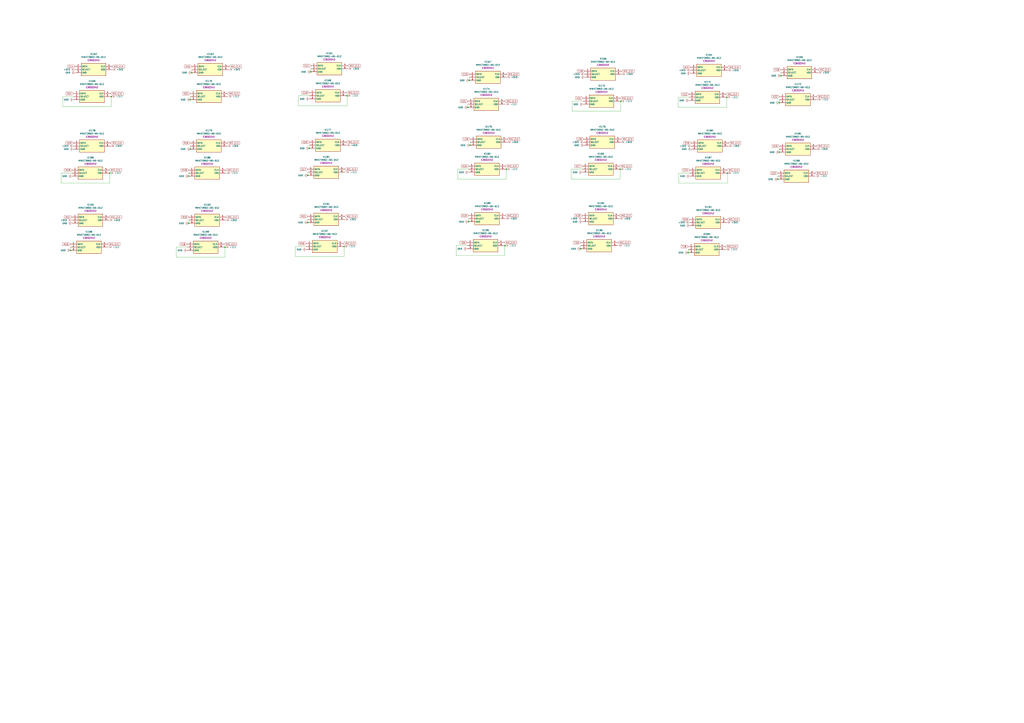
<source format=kicad_sch>
(kicad_sch (version 20231120) (generator "eeschema") (generator_version "8.0")
  (paper "A1")
  (junction (at 282.575 202.565))
  (junction (at 640.08 84.455))
  (junction (at 384.175 88.265))
  (junction (at 414.655 201.93))
  (junction (at 384.81 182.245))
  (junction (at 509.27 139.065))
  (junction (at 157.48 59.69))
  (junction (at 91.44 79.375))
  (junction (at 638.81 147.32))
  (junction (at 596.9 80.01))
  (junction (at 285.115 78.74))
  (junction (at 640.08 125.095))
  (junction (at 154.94 144.78))
  (junction (at 386.08 119.38))
  (junction (at 252.73 144.145))
  (junction (at 641.35 62.23))
  (junction (at 415.925 139.065))
  (junction (at 255.27 59.055))
  (junction (at 476.885 204.47))
  (junction (at 509.905 83.185))
  (junction (at 597.535 142.24))
  (junction (at 385.445 66.04))
  (junction (at 184.785 203.2))
  (junction (at 254 121.92))
  (junction (at 252.73 182.88))
  (junction (at 156.21 81.915))
  (junction (at 565.15 207.645))
  (junction (at 156.21 122.555))
  (junction (at 57.785 205.74))
  (junction (at 154.94 183.515))
  (junction (at 90.17 142.24))
  (wire (pts (xy 91.44 79.375) (xy 91.44 87.63)))
  (wire (pts (xy 640.08 122.555) (xy 640.08 125.095)))
  (wire (pts (xy 566.42 142.24) (xy 557.53 142.24)))
  (wire (pts (xy 144.78 211.455) (xy 184.785 211.455)))
  (wire (pts (xy 144.78 203.2) (xy 144.78 211.455)))
  (wire (pts (xy 469.265 147.32) (xy 509.27 147.32)))
  (wire (pts (xy 186.69 79.375) (xy 187.325 79.375)))
  (wire (pts (xy 57.785 203.2) (xy 57.785 205.74)))
  (wire (pts (xy 255.27 56.515) (xy 255.27 59.055)))
  (wire (pts (xy 154.94 142.24) (xy 154.94 144.78)))
  (wire (pts (xy 596.265 80.01) (xy 596.9 80.01)))
  (wire (pts (xy 597.535 142.24) (xy 597.535 150.495)))
  (wire (pts (xy 282.575 202.565) (xy 282.575 210.82)))
  (wire (pts (xy 384.81 139.065) (xy 375.92 139.065)))
  (wire (pts (xy 375.92 139.065) (xy 375.92 147.32)))
  (wire (pts (xy 50.165 150.495) (xy 90.17 150.495)))
  (wire (pts (xy 153.67 203.2) (xy 144.78 203.2)))
  (wire (pts (xy 252.73 141.605) (xy 252.73 144.145)))
  (wire (pts (xy 565.785 80.01) (xy 556.895 80.01)))
  (wire (pts (xy 51.435 79.375) (xy 51.435 87.63)))
  (wire (pts (xy 507.365 201.93) (xy 508 201.93)))
  (wire (pts (xy 508.635 139.065) (xy 509.27 139.065)))
  (wire (pts (xy 90.17 142.24) (xy 90.17 150.495)))
  (wire (pts (xy 285.115 78.74) (xy 285.115 86.995)))
  (wire (pts (xy 478.155 139.065) (xy 469.265 139.065)))
  (wire (pts (xy 242.57 202.565) (xy 242.57 210.82)))
  (wire (pts (xy 415.29 139.065) (xy 415.925 139.065)))
  (wire (pts (xy 557.53 142.24) (xy 557.53 150.495)))
  (wire (pts (xy 283.21 141.605) (xy 283.845 141.605)))
  (wire (pts (xy 415.925 139.065) (xy 415.925 147.32)))
  (wire (pts (xy 670.56 81.915) (xy 671.195 81.915)))
  (wire (pts (xy 638.81 144.78) (xy 638.81 147.32)))
  (wire (pts (xy 640.08 81.915) (xy 640.08 84.455)))
  (wire (pts (xy 245.11 86.995) (xy 285.115 86.995)))
  (wire (pts (xy 385.445 63.5) (xy 385.445 66.04)))
  (wire (pts (xy 281.94 202.565) (xy 282.575 202.565)))
  (wire (pts (xy 60.325 79.375) (xy 51.435 79.375)))
  (wire (pts (xy 383.54 201.93) (xy 374.65 201.93)))
  (wire (pts (xy 185.42 142.24) (xy 186.055 142.24)))
  (wire (pts (xy 51.435 87.63) (xy 91.44 87.63)))
  (wire (pts (xy 59.055 142.24) (xy 50.165 142.24)))
  (wire (pts (xy 88.265 203.2) (xy 88.9 203.2)))
  (wire (pts (xy 414.02 201.93) (xy 414.655 201.93)))
  (wire (pts (xy 254 78.74) (xy 245.11 78.74)))
  (wire (pts (xy 154.94 180.975) (xy 154.94 183.515)))
  (wire (pts (xy 284.48 78.74) (xy 285.115 78.74)))
  (wire (pts (xy 156.21 120.015) (xy 156.21 122.555)))
  (wire (pts (xy 374.65 210.185) (xy 414.655 210.185)))
  (wire (pts (xy 384.175 85.725) (xy 384.175 88.265)))
  (wire (pts (xy 157.48 57.15) (xy 157.48 59.69)))
  (wire (pts (xy 596.9 80.01) (xy 596.9 88.265)))
  (wire (pts (xy 251.46 202.565) (xy 242.57 202.565)))
  (wire (pts (xy 595.63 205.105) (xy 596.265 205.105)))
  (wire (pts (xy 386.08 116.84) (xy 386.08 119.38)))
  (wire (pts (xy 414.655 85.725) (xy 415.29 85.725)))
  (wire (pts (xy 242.57 210.82) (xy 282.575 210.82)))
  (wire (pts (xy 641.35 59.69) (xy 641.35 62.23)))
  (wire (pts (xy 156.21 79.375) (xy 156.21 81.915)))
  (wire (pts (xy 509.905 83.185) (xy 509.905 91.44)))
  (wire (pts (xy 375.92 147.32) (xy 415.925 147.32)))
  (wire (pts (xy 556.895 88.265) (xy 596.9 88.265)))
  (wire (pts (xy 245.11 78.74) (xy 245.11 86.995)))
  (wire (pts (xy 90.805 79.375) (xy 91.44 79.375)))
  (wire (pts (xy 374.65 201.93) (xy 374.65 210.185)))
  (wire (pts (xy 509.27 139.065) (xy 509.27 147.32)))
  (wire (pts (xy 254 119.38) (xy 254 121.92)))
  (wire (pts (xy 596.9 142.24) (xy 597.535 142.24)))
  (wire (pts (xy 469.9 91.44) (xy 509.905 91.44)))
  (wire (pts (xy 50.165 142.24) (xy 50.165 150.495)))
  (wire (pts (xy 384.81 179.705) (xy 384.81 182.245)))
  (wire (pts (xy 476.885 201.93) (xy 476.885 204.47)))
  (wire (pts (xy 669.29 144.78) (xy 669.925 144.78)))
  (wire (pts (xy 414.655 201.93) (xy 414.655 210.185)))
  (wire (pts (xy 469.9 83.185) (xy 469.9 91.44)))
  (wire (pts (xy 557.53 150.495) (xy 597.535 150.495)))
  (wire (pts (xy 89.535 142.24) (xy 90.17 142.24)))
  (wire (pts (xy 184.15 203.2) (xy 184.785 203.2)))
  (wire (pts (xy 184.785 203.2) (xy 184.785 211.455)))
  (wire (pts (xy 478.79 83.185) (xy 469.9 83.185)))
  (wire (pts (xy 556.895 80.01) (xy 556.895 88.265)))
  (wire (pts (xy 469.265 139.065) (xy 469.265 147.32)))
  (wire (pts (xy 565.15 205.105) (xy 565.15 207.645)))
  (wire (pts (xy 509.27 83.185) (xy 509.905 83.185)))
  (wire (pts (xy 252.73 180.34) (xy 252.73 182.88)))
  (global_label "E22" (shape input) (at 638.81 142.24 180) (property "Intersheetrefs" "${INTERSHEET_REFS}" (effects (hide yes))))
  (global_label "G17" (shape input) (at 252.73 139.065 180) (property "Intersheetrefs" "${INTERSHEET_REFS}" (effects (hide yes))))
  (global_label "MIC_CLK" (shape input) (at 90.805 117.475 0) (property "Intersheetrefs" "${INTERSHEET_REFS}" (effects (hide yes))))
  (global_label "MIC_CLK" (shape input) (at 598.17 117.475 0) (property "Intersheetrefs" "${INTERSHEET_REFS}" (effects (hide yes))))
  (global_label "K22" (shape input) (at 565.785 77.47 180) (property "Intersheetrefs" "${INTERSHEET_REFS}" (effects (hide yes))))
  (global_label "MIC_CLK" (shape input) (at 671.83 57.15 0) (property "Intersheetrefs" "${INTERSHEET_REFS}" (effects (hide yes))))
  (global_label "F18" (shape input) (at 480.06 58.42 180) (property "Intersheetrefs" "${INTERSHEET_REFS}" (effects (hide yes))))
  (global_label "L20" (shape input) (at 479.425 114.3 180) (property "Intersheetrefs" "${INTERSHEET_REFS}" (effects (hide yes))))
  (global_label "M18" (shape input) (at 154.94 139.7 180) (property "Intersheetrefs" "${INTERSHEET_REFS}" (effects (hide yes))))
  (global_label "K21" (shape input) (at 478.79 80.645 180) (property "Intersheetrefs" "${INTERSHEET_REFS}" (effects (hide yes))))
  (global_label "MIC_CLK" (shape input) (at 187.96 54.61 0) (property "Intersheetrefs" "${INTERSHEET_REFS}" (effects (hide yes))))
  (global_label "MIC_CLK" (shape input) (at 284.48 76.2 0) (property "Intersheetrefs" "${INTERSHEET_REFS}" (effects (hide yes))))
  (global_label "MIC_CLK" (shape input) (at 285.75 53.975 0) (property "Intersheetrefs" "${INTERSHEET_REFS}" (effects (hide yes))))
  (global_label "D21" (shape input) (at 156.21 76.835 180) (property "Intersheetrefs" "${INTERSHEET_REFS}" (effects (hide yes))))
  (global_label "M21" (shape input) (at 59.055 178.435 180) (property "Intersheetrefs" "${INTERSHEET_REFS}" (effects (hide yes))))
  (global_label "MIC_CLK" (shape input) (at 415.29 177.165 0) (property "Intersheetrefs" "${INTERSHEET_REFS}" (effects (hide yes))))
  (global_label "M16" (shape input) (at 57.785 200.66 180) (property "Intersheetrefs" "${INTERSHEET_REFS}" (effects (hide yes))))
  (global_label "A16" (shape input) (at 384.81 136.525 180) (property "Intersheetrefs" "${INTERSHEET_REFS}" (effects (hide yes))))
  (global_label "T18" (shape input) (at 153.67 200.66 180) (property "Intersheetrefs" "${INTERSHEET_REFS}" (effects (hide yes))))
  (global_label "MIC_CLK" (shape input) (at 510.54 58.42 0) (property "Intersheetrefs" "${INTERSHEET_REFS}" (effects (hide yes))))
  (global_label "MIC_CLK" (shape input) (at 596.9 180.34 0) (property "Intersheetrefs" "${INTERSHEET_REFS}" (effects (hide yes))))
  (global_label "D21" (shape input) (at 60.325 76.835 180) (property "Intersheetrefs" "${INTERSHEET_REFS}" (effects (hide yes))))
  (global_label "MIC_CLK" (shape input) (at 88.265 200.66 0) (property "Intersheetrefs" "${INTERSHEET_REFS}" (effects (hide yes))))
  (global_label "R16" (shape input) (at 567.69 117.475 180) (property "Intersheetrefs" "${INTERSHEET_REFS}" (effects (hide yes))))
  (global_label "MIC_CLK" (shape input) (at 509.27 80.645 0) (property "Intersheetrefs" "${INTERSHEET_REFS}" (effects (hide yes))))
  (global_label "MIC_CLK" (shape input) (at 508.635 177.165 0) (property "Intersheetrefs" "${INTERSHEET_REFS}" (effects (hide yes))))
  (global_label "N20" (shape input) (at 254 116.84 180) (property "Intersheetrefs" "${INTERSHEET_REFS}" (effects (hide yes))))
  (global_label "MIC_CLK" (shape input) (at 185.42 139.7 0) (property "Intersheetrefs" "${INTERSHEET_REFS}" (effects (hide yes))))
  (global_label "K21" (shape input) (at 384.175 83.185 180) (property "Intersheetrefs" "${INTERSHEET_REFS}" (effects (hide yes))))
  (global_label "MIC_CLK" (shape input) (at 184.15 200.66 0) (property "Intersheetrefs" "${INTERSHEET_REFS}" (effects (hide yes))))
  (global_label "K19" (shape input) (at 478.155 177.165 180) (property "Intersheetrefs" "${INTERSHEET_REFS}" (effects (hide yes))))
  (global_label "C19" (shape input) (at 254 76.2 180) (property "Intersheetrefs" "${INTERSHEET_REFS}" (effects (hide yes))))
  (global_label "MIC_CLK" (shape input) (at 89.535 139.7 0) (property "Intersheetrefs" "${INTERSHEET_REFS}" (effects (hide yes))))
  (global_label "M18" (shape input) (at 59.055 139.7 180) (property "Intersheetrefs" "${INTERSHEET_REFS}" (effects (hide yes))))
  (global_label "MIC_CLK" (shape input) (at 186.69 117.475 0) (property "Intersheetrefs" "${INTERSHEET_REFS}" (effects (hide yes))))
  (global_label "MIC_CLK" (shape input) (at 283.21 177.8 0) (property "Intersheetrefs" "${INTERSHEET_REFS}" (effects (hide yes))))
  (global_label "MIC_CLK" (shape input) (at 415.29 136.525 0) (property "Intersheetrefs" "${INTERSHEET_REFS}" (effects (hide yes))))
  (global_label "L20" (shape input) (at 386.08 114.3 180) (property "Intersheetrefs" "${INTERSHEET_REFS}" (effects (hide yes))))
  (global_label "R16" (shape input) (at 156.21 117.475 180) (property "Intersheetrefs" "${INTERSHEET_REFS}" (effects (hide yes))))
  (global_label "MIC_CLK" (shape input) (at 186.69 76.835 0) (property "Intersheetrefs" "${INTERSHEET_REFS}" (effects (hide yes))))
  (global_label "MIC_CLK" (shape input) (at 670.56 79.375 0) (property "Intersheetrefs" "${INTERSHEET_REFS}" (effects (hide yes))))
  (global_label "E22" (shape input) (at 566.42 139.7 180) (property "Intersheetrefs" "${INTERSHEET_REFS}" (effects (hide yes))))
  (global_label "MIC_CLK" (shape input) (at 416.56 114.3 0) (property "Intersheetrefs" "${INTERSHEET_REFS}" (effects (hide yes))))
  (global_label "MIC_CLK" (shape input) (at 595.63 202.565 0) (property "Intersheetrefs" "${INTERSHEET_REFS}" (effects (hide yes))))
  (global_label "MIC_CLK" (shape input) (at 509.905 114.3 0) (property "Intersheetrefs" "${INTERSHEET_REFS}" (effects (hide yes))))
  (global_label "R19" (shape input) (at 154.94 178.435 180) (property "Intersheetrefs" "${INTERSHEET_REFS}" (effects (hide yes))))
  (global_label "T20" (shape input) (at 476.885 199.39 180) (property "Intersheetrefs" "${INTERSHEET_REFS}" (effects (hide yes))))
  (global_label "MIC_CLK" (shape input) (at 670.56 120.015 0) (property "Intersheetrefs" "${INTERSHEET_REFS}" (effects (hide yes))))
  (global_label "K19" (shape input) (at 384.81 177.165 180) (property "Intersheetrefs" "${INTERSHEET_REFS}" (effects (hide yes))))
  (global_label "K22" (shape input) (at 640.08 79.375 180) (property "Intersheetrefs" "${INTERSHEET_REFS}" (effects (hide yes))))
  (global_label "MIC_CLK" (shape input) (at 415.925 60.96 0) (property "Intersheetrefs" "${INTERSHEET_REFS}" (effects (hide yes))))
  (global_label "R19" (shape input) (at 566.42 180.34 180) (property "Intersheetrefs" "${INTERSHEET_REFS}" (effects (hide yes))))
  (global_label "T20" (shape input) (at 383.54 199.39 180) (property "Intersheetrefs" "${INTERSHEET_REFS}" (effects (hide yes))))
  (global_label "C19" (shape input) (at 385.445 60.96 180) (property "Intersheetrefs" "${INTERSHEET_REFS}" (effects (hide yes))))
  (global_label "A16" (shape input) (at 640.08 120.015 180) (property "Intersheetrefs" "${INTERSHEET_REFS}" (effects (hide yes))))
  (global_label "MIC_CLK" (shape input) (at 669.29 142.24 0) (property "Intersheetrefs" "${INTERSHEET_REFS}" (effects (hide yes))))
  (global_label "MIC_CLK" (shape input) (at 597.535 55.245 0) (property "Intersheetrefs" "${INTERSHEET_REFS}" (effects (hide yes))))
  (global_label "A15" (shape input) (at 157.48 54.61 180) (property "Intersheetrefs" "${INTERSHEET_REFS}" (effects (hide yes))))
  (global_label "T18" (shape input) (at 565.15 202.565 180) (property "Intersheetrefs" "${INTERSHEET_REFS}" (effects (hide yes))))
  (global_label "M21" (shape input) (at 252.73 177.8 180) (property "Intersheetrefs" "${INTERSHEET_REFS}" (effects (hide yes))))
  (global_label "MIC_CLK" (shape input) (at 284.48 116.84 0) (property "Intersheetrefs" "${INTERSHEET_REFS}" (effects (hide yes))))
  (global_label "C14" (shape input) (at 61.595 54.61 180) (property "Intersheetrefs" "${INTERSHEET_REFS}" (effects (hide yes))))
  (global_label "MIC_CLK" (shape input) (at 414.655 83.185 0) (property "Intersheetrefs" "${INTERSHEET_REFS}" (effects (hide yes))))
  (global_label "MIC_CLK" (shape input) (at 90.805 76.835 0) (property "Intersheetrefs" "${INTERSHEET_REFS}" (effects (hide yes))))
  (global_label "A15" (shape input) (at 567.055 55.245 180) (property "Intersheetrefs" "${INTERSHEET_REFS}" (effects (hide yes))))
  (global_label "MIC_CLK" (shape input) (at 596.9 139.7 0) (property "Intersheetrefs" "${INTERSHEET_REFS}" (effects (hide yes))))
  (global_label "MIC_CLK" (shape input) (at 283.21 139.065 0) (property "Intersheetrefs" "${INTERSHEET_REFS}" (effects (hide yes))))
  (global_label "MIC_CLK" (shape input) (at 508.635 136.525 0) (property "Intersheetrefs" "${INTERSHEET_REFS}" (effects (hide yes))))
  (global_label "MIC_CLK" (shape input) (at 89.535 178.435 0) (property "Intersheetrefs" "${INTERSHEET_REFS}" (effects (hide yes))))
  (global_label "M16" (shape input) (at 251.46 200.025 180) (property "Intersheetrefs" "${INTERSHEET_REFS}" (effects (hide yes))))
  (global_label "F18" (shape input) (at 641.35 57.15 180) (property "Intersheetrefs" "${INTERSHEET_REFS}" (effects (hide yes))))
  (global_label "G17" (shape input) (at 478.155 136.525 180) (property "Intersheetrefs" "${INTERSHEET_REFS}" (effects (hide yes))))
  (global_label "N20" (shape input) (at 60.325 117.475 180) (property "Intersheetrefs" "${INTERSHEET_REFS}" (effects (hide yes))))
  (global_label "MIC_CLK" (shape input) (at 281.94 200.025 0) (property "Intersheetrefs" "${INTERSHEET_REFS}" (effects (hide yes))))
  (global_label "C14" (shape input) (at 255.27 53.975 180) (property "Intersheetrefs" "${INTERSHEET_REFS}" (effects (hide yes))))
  (global_label "MIC_CLK" (shape input) (at 414.02 199.39 0) (property "Intersheetrefs" "${INTERSHEET_REFS}" (effects (hide yes))))
  (global_label "MIC_CLK" (shape input) (at 507.365 199.39 0) (property "Intersheetrefs" "${INTERSHEET_REFS}" (effects (hide yes))))
  (global_label "MIC_CLK" (shape input) (at 185.42 178.435 0) (property "Intersheetrefs" "${INTERSHEET_REFS}" (effects (hide yes))))
  (global_label "MIC_CLK" (shape input) (at 596.265 77.47 0) (property "Intersheetrefs" "${INTERSHEET_REFS}" (effects (hide yes))))
  (global_label "MIC_CLK" (shape input) (at 92.075 54.61 0) (property "Intersheetrefs" "${INTERSHEET_REFS}" (effects (hide yes))))
  (symbol (lib_id "power:GND") (at 640.08 84.455 270) (unit 1)
    (property "Reference" "#PWR0434" (effects (hide yes)))
    (property "Value" "GND" (at 636.27 84.455 90) (effects (justify right)))
  )
  (symbol (lib_id "SamacSys_Parts:MMICT3902-00-012") (at 385.445 60.96 0) (unit 1)
    (property "Reference" "IC167" (at 400.685 50.8 0))
    (property "Value" "MMICT3902-00-012" (at 400.685 53.34 0))
    (property "Footprint" "T3902:MMICT390200012" (effects (hide yes)))
    (property "Datasheet" "http://invensense.tdk.com/wp-content/uploads/2020/05/DS-000357-T3902-v1.0.pdf" (effects (hide yes)))
    (property "Height" "1.13" (effects (hide yes)))
    (property "Mouser Part Number" "410-MMICT3902-00-012" (effects (hide yes)))
    (property "Mouser Price/Stock" "https://www.mouser.co.uk/ProductDetail/TDK-InvenSense/MMICT3902-00-012?qs=yqaQSyyJnNi1lpqXyrpxOA%3D%3D" (effects (hide yes)))
    (property "Manufacturer_Name" "TDK" (effects (hide yes)))
    (property "Manufacturer_Part_Number" "MMICT3902-00-012" (effects (hide yes)))
    (property "LCSC" "C3032242" (at 400.685 55.88 0))
  )
  (symbol (lib_id "power:GND") (at 156.21 122.555 270) (unit 1)
    (property "Reference" "#PWR0448" (effects (hide yes)))
    (property "Value" "GND" (at 152.4 122.555 90) (effects (justify right)))
  )
  (symbol (lib_id "power:+3V3") (at 596.9 182.88 270) (unit 1)
    (property "Reference" "#PWR0474" (effects (hide yes)))
    (property "Value" "+3V3" (at 600.71 182.88 90) (effects (justify left)))
  )
  (symbol (lib_id "SamacSys_Parts:MMICT3902-00-012") (at 156.21 76.835 0) (unit 1)
    (property "Reference" "IC170" (at 171.45 66.675 0))
    (property "Value" "MMICT3902-00-012" (at 171.45 69.215 0))
    (property "Footprint" "T3902:MMICT390200012" (effects (hide yes)))
    (property "Datasheet" "http://invensense.tdk.com/wp-content/uploads/2020/05/DS-000357-T3902-v1.0.pdf" (effects (hide yes)))
    (property "Height" "1.13" (effects (hide yes)))
    (property "Mouser Part Number" "410-MMICT3902-00-012" (effects (hide yes)))
    (property "Mouser Price/Stock" "https://www.mouser.co.uk/ProductDetail/TDK-InvenSense/MMICT3902-00-012?qs=yqaQSyyJnNi1lpqXyrpxOA%3D%3D" (effects (hide yes)))
    (property "Manufacturer_Name" "TDK" (effects (hide yes)))
    (property "Manufacturer_Part_Number" "MMICT3902-00-012" (effects (hide yes)))
    (property "LCSC" "C3032242" (at 171.45 71.755 0))
  )
  (symbol (lib_id "SamacSys_Parts:MMICT3902-00-012") (at 157.48 54.61 0) (unit 1)
    (property "Reference" "IC163" (at 172.72 44.45 0))
    (property "Value" "MMICT3902-00-012" (at 172.72 46.99 0))
    (property "Footprint" "T3902:MMICT390200012" (effects (hide yes)))
    (property "Datasheet" "http://invensense.tdk.com/wp-content/uploads/2020/05/DS-000357-T3902-v1.0.pdf" (effects (hide yes)))
    (property "Height" "1.13" (effects (hide yes)))
    (property "Mouser Part Number" "410-MMICT3902-00-012" (effects (hide yes)))
    (property "Mouser Price/Stock" "https://www.mouser.co.uk/ProductDetail/TDK-InvenSense/MMICT3902-00-012?qs=yqaQSyyJnNi1lpqXyrpxOA%3D%3D" (effects (hide yes)))
    (property "Manufacturer_Name" "TDK" (effects (hide yes)))
    (property "Manufacturer_Part_Number" "MMICT3902-00-012" (effects (hide yes)))
    (property "LCSC" "C3032242" (at 172.72 49.53 0))
  )
  (symbol (lib_id "power:+3V3") (at 509.27 139.065 270) (unit 1)
    (property "Reference" "#PWR0453" (effects (hide yes)))
    (property "Value" "+3V3" (at 513.08 139.065 90) (effects (justify left)))
  )
  (symbol (lib_id "SamacSys_Parts:MMICT3902-00-012") (at 565.785 77.47 0) (unit 1)
    (property "Reference" "IC171" (at 581.025 67.31 0))
    (property "Value" "MMICT3902-00-012" (at 581.025 69.85 0))
    (property "Footprint" "T3902:MMICT390200012" (effects (hide yes)))
    (property "Datasheet" "http://invensense.tdk.com/wp-content/uploads/2020/05/DS-000357-T3902-v1.0.pdf" (effects (hide yes)))
    (property "Height" "1.13" (effects (hide yes)))
    (property "Mouser Part Number" "410-MMICT3902-00-012" (effects (hide yes)))
    (property "Mouser Price/Stock" "https://www.mouser.co.uk/ProductDetail/TDK-InvenSense/MMICT3902-00-012?qs=yqaQSyyJnNi1lpqXyrpxOA%3D%3D" (effects (hide yes)))
    (property "Manufacturer_Name" "TDK" (effects (hide yes)))
    (property "Manufacturer_Part_Number" "MMICT3902-00-012" (effects (hide yes)))
    (property "LCSC" "C3032242" (at 581.025 72.39 0))
  )
  (symbol (lib_id "SamacSys_Parts:MMICT3902-00-012") (at 478.155 136.525 0) (unit 1)
    (property "Reference" "IC183" (at 493.395 126.365 0))
    (property "Value" "MMICT3902-00-012" (at 493.395 128.905 0))
    (property "Footprint" "T3902:MMICT390200012" (effects (hide yes)))
    (property "Datasheet" "http://invensense.tdk.com/wp-content/uploads/2020/05/DS-000357-T3902-v1.0.pdf" (effects (hide yes)))
    (property "Height" "1.13" (effects (hide yes)))
    (property "Mouser Part Number" "410-MMICT3902-00-012" (effects (hide yes)))
    (property "Mouser Price/Stock" "https://www.mouser.co.uk/ProductDetail/TDK-InvenSense/MMICT3902-00-012?qs=yqaQSyyJnNi1lpqXyrpxOA%3D%3D" (effects (hide yes)))
    (property "Manufacturer_Name" "TDK" (effects (hide yes)))
    (property "Manufacturer_Part_Number" "MMICT3902-00-012" (effects (hide yes)))
    (property "LCSC" "C3032242" (at 493.395 131.445 0))
  )
  (symbol (lib_id "SamacSys_Parts:MMICT3902-00-012") (at 383.54 199.39 0) (unit 1)
    (property "Reference" "IC195" (at 398.78 189.23 0))
    (property "Value" "MMICT3902-00-012" (at 398.78 191.77 0))
    (property "Footprint" "T3902:MMICT390200012" (effects (hide yes)))
    (property "Datasheet" "http://invensense.tdk.com/wp-content/uploads/2020/05/DS-000357-T3902-v1.0.pdf" (effects (hide yes)))
    (property "Height" "1.13" (effects (hide yes)))
    (property "Mouser Part Number" "410-MMICT3902-00-012" (effects (hide yes)))
    (property "Mouser Price/Stock" "https://www.mouser.co.uk/ProductDetail/TDK-InvenSense/MMICT3902-00-012?qs=yqaQSyyJnNi1lpqXyrpxOA%3D%3D" (effects (hide yes)))
    (property "Manufacturer_Name" "TDK" (effects (hide yes)))
    (property "Manufacturer_Part_Number" "MMICT3902-00-012" (effects (hide yes)))
    (property "LCSC" "C3032242" (at 398.78 194.31 0))
  )
  (symbol (lib_id "power:GND") (at 565.785 82.55 270) (unit 1)
    (property "Reference" "#PWR0432" (effects (hide yes)))
    (property "Value" "GND" (at 561.975 82.55 90) (effects (justify right)))
  )
  (symbol (lib_id "power:+3V3") (at 510.54 60.96 270) (unit 1)
    (property "Reference" "#PWR0419" (effects (hide yes)))
    (property "Value" "+3V3" (at 514.35 60.96 90) (effects (justify left)))
  )
  (symbol (lib_id "power:+3V3") (at 187.96 57.15 270) (unit 1)
    (property "Reference" "#PWR0412" (effects (hide yes)))
    (property "Value" "+3V3" (at 191.77 57.15 90) (effects (justify left)))
  )
  (symbol (lib_id "power:+3V3") (at 508.635 179.705 270) (unit 1)
    (property "Reference" "#PWR0467" (effects (hide yes)))
    (property "Value" "+3V3" (at 512.445 179.705 90) (effects (justify left)))
  )
  (symbol (lib_id "power:+3V3") (at 415.925 63.5 270) (unit 1)
    (property "Reference" "#PWR0421" (effects (hide yes)))
    (property "Value" "+3V3" (at 419.735 63.5 90) (effects (justify left)))
  )
  (symbol (lib_id "power:+3V3") (at 669.925 144.78 270) (unit 1)
    (property "Reference" "#PWR0464" (effects (hide yes)))
    (property "Value" "+3V3" (at 673.735 144.78 90) (effects (justify left)))
  )
  (symbol (lib_id "power:GND") (at 640.08 125.095 270) (unit 1)
    (property "Reference" "#PWR0451" (effects (hide yes)))
    (property "Value" "GND" (at 636.27 125.095 90) (effects (justify right)))
  )
  (symbol (lib_id "power:GND") (at 638.81 147.32 270) (unit 1)
    (property "Reference" "#PWR0465" (effects (hide yes)))
    (property "Value" "GND" (at 635 147.32 90) (effects (justify right)))
  )
  (symbol (lib_id "SamacSys_Parts:MMICT3902-00-012") (at 57.785 200.66 0) (unit 1)
    (property "Reference" "IC198" (at 73.025 190.5 0))
    (property "Value" "MMICT3902-00-012" (at 73.025 193.04 0))
    (property "Footprint" "T3902:MMICT390200012" (effects (hide yes)))
    (property "Datasheet" "http://invensense.tdk.com/wp-content/uploads/2020/05/DS-000357-T3902-v1.0.pdf" (effects (hide yes)))
    (property "Height" "1.13" (effects (hide yes)))
    (property "Mouser Part Number" "410-MMICT3902-00-012" (effects (hide yes)))
    (property "Mouser Price/Stock" "https://www.mouser.co.uk/ProductDetail/TDK-InvenSense/MMICT3902-00-012?qs=yqaQSyyJnNi1lpqXyrpxOA%3D%3D" (effects (hide yes)))
    (property "Manufacturer_Name" "TDK" (effects (hide yes)))
    (property "Manufacturer_Part_Number" "MMICT3902-00-012" (effects (hide yes)))
    (property "LCSC" "C3032242" (at 73.025 195.58 0))
  )
  (symbol (lib_id "SamacSys_Parts:MMICT3902-00-012") (at 153.67 200.66 0) (unit 1)
    (property "Reference" "IC199" (at 168.91 190.5 0))
    (property "Value" "MMICT3902-00-012" (at 168.91 193.04 0))
    (property "Footprint" "T3902:MMICT390200012" (effects (hide yes)))
    (property "Datasheet" "http://invensense.tdk.com/wp-content/uploads/2020/05/DS-000357-T3902-v1.0.pdf" (effects (hide yes)))
    (property "Height" "1.13" (effects (hide yes)))
    (property "Mouser Part Number" "410-MMICT3902-00-012" (effects (hide yes)))
    (property "Mouser Price/Stock" "https://www.mouser.co.uk/ProductDetail/TDK-InvenSense/MMICT3902-00-012?qs=yqaQSyyJnNi1lpqXyrpxOA%3D%3D" (effects (hide yes)))
    (property "Manufacturer_Name" "TDK" (effects (hide yes)))
    (property "Manufacturer_Part_Number" "MMICT3902-00-012" (effects (hide yes)))
    (property "LCSC" "C3032242" (at 168.91 195.58 0))
  )
  (symbol (lib_id "power:+3V3") (at 88.9 203.2 270) (unit 1)
    (property "Reference" "#PWR0481" (effects (hide yes)))
    (property "Value" "+3V3" (at 92.71 203.2 90) (effects (justify left)))
  )
  (symbol (lib_id "power:GND") (at 254 121.92 270) (unit 1)
    (property "Reference" "#PWR0446" (effects (hide yes)))
    (property "Value" "GND" (at 250.19 121.92 90) (effects (justify right)))
  )
  (symbol (lib_id "power:+3V3") (at 508 201.93 270) (unit 1)
    (property "Reference" "#PWR0479" (effects (hide yes)))
    (property "Value" "+3V3" (at 511.81 201.93 90) (effects (justify left)))
  )
  (symbol (lib_id "power:+3V3") (at 90.17 142.24 270) (unit 1)
    (property "Reference" "#PWR0457" (effects (hide yes)))
    (property "Value" "+3V3" (at 93.98 142.24 90) (effects (justify left)))
  )
  (symbol (lib_id "SamacSys_Parts:MMICT3902-00-012") (at 59.055 139.7 0) (unit 1)
    (property "Reference" "IC185" (at 74.295 129.54 0))
    (property "Value" "MMICT3902-00-012" (at 74.295 132.08 0))
    (property "Footprint" "T3902:MMICT390200012" (effects (hide yes)))
    (property "Datasheet" "http://invensense.tdk.com/wp-content/uploads/2020/05/DS-000357-T3902-v1.0.pdf" (effects (hide yes)))
    (property "Height" "1.13" (effects (hide yes)))
    (property "Mouser Part Number" "410-MMICT3902-00-012" (effects (hide yes)))
    (property "Mouser Price/Stock" "https://www.mouser.co.uk/ProductDetail/TDK-InvenSense/MMICT3902-00-012?qs=yqaQSyyJnNi1lpqXyrpxOA%3D%3D" (effects (hide yes)))
    (property "Manufacturer_Name" "TDK" (effects (hide yes)))
    (property "Manufacturer_Part_Number" "MMICT3902-00-012" (effects (hide yes)))
    (property "LCSC" "C3032242" (at 74.295 134.62 0))
  )
  (symbol (lib_id "SamacSys_Parts:MMICT3902-00-012") (at 384.81 136.525 0) (unit 1)
    (property "Reference" "IC182" (at 400.05 126.365 0))
    (property "Value" "MMICT3902-00-012" (at 400.05 128.905 0))
    (property "Footprint" "T3902:MMICT390200012" (effects (hide yes)))
    (property "Datasheet" "http://invensense.tdk.com/wp-content/uploads/2020/05/DS-000357-T3902-v1.0.pdf" (effects (hide yes)))
    (property "Height" "1.13" (effects (hide yes)))
    (property "Mouser Part Number" "410-MMICT3902-00-012" (effects (hide yes)))
    (property "Mouser Price/Stock" "https://www.mouser.co.uk/ProductDetail/TDK-InvenSense/MMICT3902-00-012?qs=yqaQSyyJnNi1lpqXyrpxOA%3D%3D" (effects (hide yes)))
    (property "Manufacturer_Name" "TDK" (effects (hide yes)))
    (property "Manufacturer_Part_Number" "MMICT3902-00-012" (effects (hide yes)))
    (property "LCSC" "C3032242" (at 400.05 131.445 0))
  )
  (symbol (lib_id "SamacSys_Parts:MMICT3902-00-012") (at 252.73 177.8 0) (unit 1)
    (property "Reference" "IC191" (at 267.97 167.64 0))
    (property "Value" "MMICT3902-00-012" (at 267.97 170.18 0))
    (property "Footprint" "T3902:MMICT390200012" (effects (hide yes)))
    (property "Datasheet" "http://invensense.tdk.com/wp-content/uploads/2020/05/DS-000357-T3902-v1.0.pdf" (effects (hide yes)))
    (property "Height" "1.13" (effects (hide yes)))
    (property "Mouser Part Number" "410-MMICT3902-00-012" (effects (hide yes)))
    (property "Mouser Price/Stock" "https://www.mouser.co.uk/ProductDetail/TDK-InvenSense/MMICT3902-00-012?qs=yqaQSyyJnNi1lpqXyrpxOA%3D%3D" (effects (hide yes)))
    (property "Manufacturer_Name" "TDK" (effects (hide yes)))
    (property "Manufacturer_Part_Number" "MMICT3902-00-012" (effects (hide yes)))
    (property "LCSC" "C3032242" (at 267.97 172.72 0))
  )
  (symbol (lib_id "SamacSys_Parts:MMICT3902-00-012") (at 476.885 199.39 0) (unit 1)
    (property "Reference" "IC196" (at 492.125 189.23 0))
    (property "Value" "MMICT3902-00-012" (at 492.125 191.77 0))
    (property "Footprint" "T3902:MMICT390200012" (effects (hide yes)))
    (property "Datasheet" "http://invensense.tdk.com/wp-content/uploads/2020/05/DS-000357-T3902-v1.0.pdf" (effects (hide yes)))
    (property "Height" "1.13" (effects (hide yes)))
    (property "Mouser Part Number" "410-MMICT3902-00-012" (effects (hide yes)))
    (property "Mouser Price/Stock" "https://www.mouser.co.uk/ProductDetail/TDK-InvenSense/MMICT3902-00-012?qs=yqaQSyyJnNi1lpqXyrpxOA%3D%3D" (effects (hide yes)))
    (property "Manufacturer_Name" "TDK" (effects (hide yes)))
    (property "Manufacturer_Part_Number" "MMICT3902-00-012" (effects (hide yes)))
    (property "LCSC" "C3032242" (at 492.125 194.31 0))
  )
  (symbol (lib_id "SamacSys_Parts:MMICT3902-00-012") (at 60.325 76.835 0) (unit 1)
    (property "Reference" "IC169" (at 75.565 66.675 0))
    (property "Value" "MMICT3902-00-012" (at 75.565 69.215 0))
    (property "Footprint" "T3902:MMICT390200012" (effects (hide yes)))
    (property "Datasheet" "http://invensense.tdk.com/wp-content/uploads/2020/05/DS-000357-T3902-v1.0.pdf" (effects (hide yes)))
    (property "Height" "1.13" (effects (hide yes)))
    (property "Mouser Part Number" "410-MMICT3902-00-012" (effects (hide yes)))
    (property "Mouser Price/Stock" "https://www.mouser.co.uk/ProductDetail/TDK-InvenSense/MMICT3902-00-012?qs=yqaQSyyJnNi1lpqXyrpxOA%3D%3D" (effects (hide yes)))
    (property "Manufacturer_Name" "TDK" (effects (hide yes)))
    (property "Manufacturer_Part_Number" "MMICT3902-00-012" (effects (hide yes)))
    (property "LCSC" "C3032242" (at 75.565 71.755 0))
  )
  (symbol (lib_id "power:GND") (at 153.67 205.74 270) (unit 1)
    (property "Reference" "#PWR0488" (effects (hide yes)))
    (property "Value" "GND" (at 149.86 205.74 90) (effects (justify right)))
  )
  (symbol (lib_id "power:GND") (at 59.055 144.78 270) (unit 1)
    (property "Reference" "#PWR0461" (effects (hide yes)))
    (property "Value" "GND" (at 55.245 144.78 90) (effects (justify right)))
  )
  (symbol (lib_id "power:+3V3") (at 91.44 79.375 270) (unit 1)
    (property "Reference" "#PWR0425" (effects (hide yes)))
    (property "Value" "+3V3" (at 95.25 79.375 90) (effects (justify left)))
  )
  (symbol (lib_id "SamacSys_Parts:MMICT3902-00-012") (at 478.155 177.165 0) (unit 1)
    (property "Reference" "IC190" (at 493.395 167.005 0))
    (property "Value" "MMICT3902-00-012" (at 493.395 169.545 0))
    (property "Footprint" "T3902:MMICT390200012" (effects (hide yes)))
    (property "Datasheet" "http://invensense.tdk.com/wp-content/uploads/2020/05/DS-000357-T3902-v1.0.pdf" (effects (hide yes)))
    (property "Height" "1.13" (effects (hide yes)))
    (property "Mouser Part Number" "410-MMICT3902-00-012" (effects (hide yes)))
    (property "Mouser Price/Stock" "https://www.mouser.co.uk/ProductDetail/TDK-InvenSense/MMICT3902-00-012?qs=yqaQSyyJnNi1lpqXyrpxOA%3D%3D" (effects (hide yes)))
    (property "Manufacturer_Name" "TDK" (effects (hide yes)))
    (property "Manufacturer_Part_Number" "MMICT3902-00-012" (effects (hide yes)))
    (property "LCSC" "C3032242" (at 493.395 172.085 0))
  )
  (symbol (lib_id "SamacSys_Parts:MMICT3902-00-012") (at 59.055 178.435 0) (unit 1)
    (property "Reference" "IC192" (at 74.295 168.275 0))
    (property "Value" "MMICT3902-00-012" (at 74.295 170.815 0))
    (property "Footprint" "T3902:MMICT390200012" (effects (hide yes)))
    (property "Datasheet" "http://invensense.tdk.com/wp-content/uploads/2020/05/DS-000357-T3902-v1.0.pdf" (effects (hide yes)))
    (property "Height" "1.13" (effects (hide yes)))
    (property "Mouser Part Number" "410-MMICT3902-00-012" (effects (hide yes)))
    (property "Mouser Price/Stock" "https://www.mouser.co.uk/ProductDetail/TDK-InvenSense/MMICT3902-00-012?qs=yqaQSyyJnNi1lpqXyrpxOA%3D%3D" (effects (hide yes)))
    (property "Manufacturer_Name" "TDK" (effects (hide yes)))
    (property "Manufacturer_Part_Number" "MMICT3902-00-012" (effects (hide yes)))
    (property "LCSC" "C3032242" (at 74.295 173.355 0))
  )
  (symbol (lib_id "SamacSys_Parts:MMICT3902-00-012") (at 154.94 178.435 0) (unit 1)
    (property "Reference" "IC193" (at 170.18 168.275 0))
    (property "Value" "MMICT3902-00-012" (at 170.18 170.815 0))
    (property "Footprint" "T3902:MMICT390200012" (effects (hide yes)))
    (property "Datasheet" "http://invensense.tdk.com/wp-content/uploads/2020/05/DS-000357-T3902-v1.0.pdf" (effects (hide yes)))
    (property "Height" "1.13" (effects (hide yes)))
    (property "Mouser Part Number" "410-MMICT3902-00-012" (effects (hide yes)))
    (property "Mouser Price/Stock" "https://www.mouser.co.uk/ProductDetail/TDK-InvenSense/MMICT3902-00-012?qs=yqaQSyyJnNi1lpqXyrpxOA%3D%3D" (effects (hide yes)))
    (property "Manufacturer_Name" "TDK" (effects (hide yes)))
    (property "Manufacturer_Part_Number" "MMICT3902-00-012" (effects (hide yes)))
    (property "LCSC" "C3032242" (at 170.18 173.355 0))
  )
  (symbol (lib_id "power:+3V3") (at 478.155 179.705 90) (unit 1)
    (property "Reference" "#PWR0888" (effects (hide yes)))
    (property "Value" "+3V3" (at 474.091 179.705 90) (effects (justify left)))
  )
  (symbol (lib_id "SamacSys_Parts:MMICT3902-00-012") (at 384.81 177.165 0) (unit 1)
    (property "Reference" "IC189" (at 400.05 167.005 0))
    (property "Value" "MMICT3902-00-012" (at 400.05 169.545 0))
    (property "Footprint" "T3902:MMICT390200012" (effects (hide yes)))
    (property "Datasheet" "http://invensense.tdk.com/wp-content/uploads/2020/05/DS-000357-T3902-v1.0.pdf" (effects (hide yes)))
    (property "Height" "1.13" (effects (hide yes)))
    (property "Mouser Part Number" "410-MMICT3902-00-012" (effects (hide yes)))
    (property "Mouser Price/Stock" "https://www.mouser.co.uk/ProductDetail/TDK-InvenSense/MMICT3902-00-012?qs=yqaQSyyJnNi1lpqXyrpxOA%3D%3D" (effects (hide yes)))
    (property "Manufacturer_Name" "TDK" (effects (hide yes)))
    (property "Manufacturer_Part_Number" "MMICT3902-00-012" (effects (hide yes)))
    (property "LCSC" "C3032242" (at 400.05 172.085 0))
  )
  (symbol (lib_id "power:+3V3") (at 596.9 80.01 270) (unit 1)
    (property "Reference" "#PWR0427" (effects (hide yes)))
    (property "Value" "+3V3" (at 600.71 80.01 90) (effects (justify left)))
  )
  (symbol (lib_id "power:+3V3") (at 186.69 120.015 270) (unit 1)
    (property "Reference" "#PWR0444" (effects (hide yes)))
    (property "Value" "+3V3" (at 190.5 120.015 90) (effects (justify left)))
  )
  (symbol (lib_id "power:GND") (at 61.595 59.69 270) (unit 1)
    (property "Reference" "#PWR0415" (effects (hide yes)))
    (property "Value" "GND" (at 57.785 59.69 90) (effects (justify right)))
  )
  (symbol (lib_id "power:+3V3") (at 415.29 85.725 270) (unit 1)
    (property "Reference" "#PWR0435" (effects (hide yes)))
    (property "Value" "+3V3" (at 419.1 85.725 90) (effects (justify left)))
  )
  (symbol (lib_id "power:+3V3") (at 285.115 78.74 270) (unit 1)
    (property "Reference" "#PWR0424" (effects (hide yes)))
    (property "Value" "+3V3" (at 288.925 78.74 90) (effects (justify left)))
  )
  (symbol (lib_id "power:GND") (at 567.055 60.325 270) (unit 1)
    (property "Reference" "#PWR0418" (effects (hide yes)))
    (property "Value" "GND" (at 563.245 60.325 90) (effects (justify right)))
  )
  (symbol (lib_id "power:+3V3") (at 567.055 57.785 90) (unit 1)
    (property "Reference" "#PWR0883" (effects (hide yes)))
    (property "Value" "+3V3" (at 562.991 57.785 90) (effects (justify left)))
  )
  (symbol (lib_id "SamacSys_Parts:MMICT3902-00-012") (at 156.21 117.475 0) (unit 1)
    (property "Reference" "IC179" (at 171.45 107.315 0))
    (property "Value" "MMICT3902-00-012" (at 171.45 109.855 0))
    (property "Footprint" "T3902:MMICT390200012" (effects (hide yes)))
    (property "Datasheet" "http://invensense.tdk.com/wp-content/uploads/2020/05/DS-000357-T3902-v1.0.pdf" (effects (hide yes)))
    (property "Height" "1.13" (effects (hide yes)))
    (property "Mouser Part Number" "410-MMICT3902-00-012" (effects (hide yes)))
    (property "Mouser Price/Stock" "https://www.mouser.co.uk/ProductDetail/TDK-InvenSense/MMICT3902-00-012?qs=yqaQSyyJnNi1lpqXyrpxOA%3D%3D" (effects (hide yes)))
    (property "Manufacturer_Name" "TDK" (effects (hide yes)))
    (property "Manufacturer_Part_Number" "MMICT3902-00-012" (effects (hide yes)))
    (property "LCSC" "C3032242" (at 171.45 112.395 0))
  )
  (symbol (lib_id "SamacSys_Parts:MMICT3902-00-012") (at 60.325 117.475 0) (unit 1)
    (property "Reference" "IC178" (at 75.565 107.315 0))
    (property "Value" "MMICT3902-00-012" (at 75.565 109.855 0))
    (property "Footprint" "T3902:MMICT390200012" (effects (hide yes)))
    (property "Datasheet" "http://invensense.tdk.com/wp-content/uploads/2020/05/DS-000357-T3902-v1.0.pdf" (effects (hide yes)))
    (property "Height" "1.13" (effects (hide yes)))
    (property "Mouser Part Number" "410-MMICT3902-00-012" (effects (hide yes)))
    (property "Mouser Price/Stock" "https://www.mouser.co.uk/ProductDetail/TDK-InvenSense/MMICT3902-00-012?qs=yqaQSyyJnNi1lpqXyrpxOA%3D%3D" (effects (hide yes)))
    (property "Manufacturer_Name" "TDK" (effects (hide yes)))
    (property "Manufacturer_Part_Number" "MMICT3902-00-012" (effects (hide yes)))
    (property "LCSC" "C3032242" (at 75.565 112.395 0))
  )
  (symbol (lib_id "power:+3V3") (at 567.69 120.015 90) (unit 1)
    (property "Reference" "#PWR0887" (effects (hide yes)))
    (property "Value" "+3V3" (at 563.626 120.015 90) (effects (justify left)))
  )
  (symbol (lib_id "power:+3V3") (at 283.21 180.34 270) (unit 1)
    (property "Reference" "#PWR0468" (effects (hide yes)))
    (property "Value" "+3V3" (at 287.02 180.34 90) (effects (justify left)))
  )
  (symbol (lib_id "power:GND") (at 641.35 62.23 270) (unit 1)
    (property "Reference" "#PWR0420" (effects (hide yes)))
    (property "Value" "GND" (at 637.54 62.23 90) (effects (justify right)))
  )
  (symbol (lib_id "power:+3V3") (at 92.075 57.15 270) (unit 1)
    (property "Reference" "#PWR0411" (effects (hide yes)))
    (property "Value" "+3V3" (at 95.885 57.15 90) (effects (justify left)))
  )
  (symbol (lib_id "SamacSys_Parts:MMICT3902-00-012") (at 255.27 53.975 0) (unit 1)
    (property "Reference" "IC161" (at 270.51 43.815 0))
    (property "Value" "MMICT3902-00-012" (at 270.51 46.355 0))
    (property "Footprint" "T3902:MMICT390200012" (effects (hide yes)))
    (property "Datasheet" "http://invensense.tdk.com/wp-content/uploads/2020/05/DS-000357-T3902-v1.0.pdf" (effects (hide yes)))
    (property "Height" "1.13" (effects (hide yes)))
    (property "Mouser Part Number" "410-MMICT3902-00-012" (effects (hide yes)))
    (property "Mouser Price/Stock" "https://www.mouser.co.uk/ProductDetail/TDK-InvenSense/MMICT3902-00-012?qs=yqaQSyyJnNi1lpqXyrpxOA%3D%3D" (effects (hide yes)))
    (property "Manufacturer_Name" "TDK" (effects (hide yes)))
    (property "Manufacturer_Part_Number" "MMICT3902-00-012" (effects (hide yes)))
    (property "LCSC" "C3032242" (at 270.51 48.895 0))
  )
  (symbol (lib_id "power:+3V3") (at 284.48 119.38 270) (unit 1)
    (property "Reference" "#PWR0440" (effects (hide yes)))
    (property "Value" "+3V3" (at 288.29 119.38 90) (effects (justify left)))
  )
  (symbol (lib_id "power:+3V3") (at 282.575 202.565 270) (unit 1)
    (property "Reference" "#PWR0480" (effects (hide yes)))
    (property "Value" "+3V3" (at 286.385 202.565 90) (effects (justify left)))
  )
  (symbol (lib_id "SamacSys_Parts:MMICT3902-00-012") (at 61.595 54.61 0) (unit 1)
    (property "Reference" "IC162" (at 76.835 44.45 0))
    (property "Value" "MMICT3902-00-012" (at 76.835 46.99 0))
    (property "Footprint" "T3902:MMICT390200012" (effects (hide yes)))
    (property "Datasheet" "http://invensense.tdk.com/wp-content/uploads/2020/05/DS-000357-T3902-v1.0.pdf" (effects (hide yes)))
    (property "Height" "1.13" (effects (hide yes)))
    (property "Mouser Part Number" "410-MMICT3902-00-012" (effects (hide yes)))
    (property "Mouser Price/Stock" "https://www.mouser.co.uk/ProductDetail/TDK-InvenSense/MMICT3902-00-012?qs=yqaQSyyJnNi1lpqXyrpxOA%3D%3D" (effects (hide yes)))
    (property "Manufacturer_Name" "TDK" (effects (hide yes)))
    (property "Manufacturer_Part_Number" "MMICT3902-00-012" (effects (hide yes)))
    (property "LCSC" "C3032242" (at 76.835 49.53 0))
  )
  (symbol (lib_id "power:+3V3") (at 60.325 120.015 90) (unit 1)
    (property "Reference" "#PWR0886" (effects (hide yes)))
    (property "Value" "+3V3" (at 56.261 120.015 90) (effects (justify left)))
  )
  (symbol (lib_id "SamacSys_Parts:MMICT3902-00-012") (at 566.42 180.34 0) (unit 1)
    (property "Reference" "IC194" (at 581.66 170.18 0))
    (property "Value" "MMICT3902-00-012" (at 581.66 172.72 0))
    (property "Footprint" "T3902:MMICT390200012" (effects (hide yes)))
    (property "Datasheet" "http://invensense.tdk.com/wp-content/uploads/2020/05/DS-000357-T3902-v1.0.pdf" (effects (hide yes)))
    (property "Height" "1.13" (effects (hide yes)))
    (property "Mouser Part Number" "410-MMICT3902-00-012" (effects (hide yes)))
    (property "Mouser Price/Stock" "https://www.mouser.co.uk/ProductDetail/TDK-InvenSense/MMICT3902-00-012?qs=yqaQSyyJnNi1lpqXyrpxOA%3D%3D" (effects (hide yes)))
    (property "Manufacturer_Name" "TDK" (effects (hide yes)))
    (property "Manufacturer_Part_Number" "MMICT3902-00-012" (effects (hide yes)))
    (property "LCSC" "C3032242" (at 581.66 175.26 0))
  )
  (symbol (lib_id "power:+3V3") (at 285.75 56.515 270) (unit 1)
    (property "Reference" "#PWR0410" (effects (hide yes)))
    (property "Value" "+3V3" (at 289.56 56.515 90) (effects (justify left)))
  )
  (symbol (lib_id "SamacSys_Parts:MMICT3902-00-012") (at 154.94 139.7 0) (unit 1)
    (property "Reference" "IC186" (at 170.18 129.54 0))
    (property "Value" "MMICT3902-00-012" (at 170.18 132.08 0))
    (property "Footprint" "T3902:MMICT390200012" (effects (hide yes)))
    (property "Datasheet" "http://invensense.tdk.com/wp-content/uploads/2020/05/DS-000357-T3902-v1.0.pdf" (effects (hide yes)))
    (property "Height" "1.13" (effects (hide yes)))
    (property "Mouser Part Number" "410-MMICT3902-00-012" (effects (hide yes)))
    (property "Mouser Price/Stock" "https://www.mouser.co.uk/ProductDetail/TDK-InvenSense/MMICT3902-00-012?qs=yqaQSyyJnNi1lpqXyrpxOA%3D%3D" (effects (hide yes)))
    (property "Manufacturer_Name" "TDK" (effects (hide yes)))
    (property "Manufacturer_Part_Number" "MMICT3902-00-012" (effects (hide yes)))
    (property "LCSC" "C3032242" (at 170.18 134.62 0))
  )
  (symbol (lib_id "SamacSys_Parts:MMICT3902-00-012") (at 640.08 120.015 0) (unit 1)
    (property "Reference" "IC181" (at 655.32 109.855 0))
    (property "Value" "MMICT3902-00-012" (at 655.32 112.395 0))
    (property "Footprint" "T3902:MMICT390200012" (effects (hide yes)))
    (property "Datasheet" "http://invensense.tdk.com/wp-content/uploads/2020/05/DS-000357-T3902-v1.0.pdf" (effects (hide yes)))
    (property "Height" "1.13" (effects (hide yes)))
    (property "Mouser Part Number" "410-MMICT3902-00-012" (effects (hide yes)))
    (property "Mouser Price/Stock" "https://www.mouser.co.uk/ProductDetail/TDK-InvenSense/MMICT3902-00-012?qs=yqaQSyyJnNi1lpqXyrpxOA%3D%3D" (effects (hide yes)))
    (property "Manufacturer_Name" "TDK" (effects (hide yes)))
    (property "Manufacturer_Part_Number" "MMICT3902-00-012" (effects (hide yes)))
    (property "LCSC" "C3032242" (at 655.32 114.935 0))
  )
  (symbol (lib_id "power:GND") (at 154.94 183.515 270) (unit 1)
    (property "Reference" "#PWR0476" (effects (hide yes)))
    (property "Value" "GND" (at 151.13 183.515 90) (effects (justify right)))
  )
  (symbol (lib_id "power:GND") (at 157.48 59.69 270) (unit 1)
    (property "Reference" "#PWR0416" (effects (hide yes)))
    (property "Value" "GND" (at 153.67 59.69 90) (effects (justify right)))
  )
  (symbol (lib_id "power:+3V3") (at 671.195 81.915 270) (unit 1)
    (property "Reference" "#PWR0431" (effects (hide yes)))
    (property "Value" "+3V3" (at 675.005 81.915 90) (effects (justify left)))
  )
  (symbol (lib_id "SamacSys_Parts:MMICT3902-00-012") (at 254 76.2 0) (unit 1)
    (property "Reference" "IC168" (at 269.24 66.04 0))
    (property "Value" "MMICT3902-00-012" (at 269.24 68.58 0))
    (property "Footprint" "T3902:MMICT390200012" (effects (hide yes)))
    (property "Datasheet" "http://invensense.tdk.com/wp-content/uploads/2020/05/DS-000357-T3902-v1.0.pdf" (effects (hide yes)))
    (property "Height" "1.13" (effects (hide yes)))
    (property "Mouser Part Number" "410-MMICT3902-00-012" (effects (hide yes)))
    (property "Mouser Price/Stock" "https://www.mouser.co.uk/ProductDetail/TDK-InvenSense/MMICT3902-00-012?qs=yqaQSyyJnNi1lpqXyrpxOA%3D%3D" (effects (hide yes)))
    (property "Manufacturer_Name" "TDK" (effects (hide yes)))
    (property "Manufacturer_Part_Number" "MMICT3902-00-012" (effects (hide yes)))
    (property "LCSC" "C3032242" (at 269.24 71.12 0))
  )
  (symbol (lib_id "power:+3V3") (at 416.56 116.84 270) (unit 1)
    (property "Reference" "#PWR0438" (effects (hide yes)))
    (property "Value" "+3V3" (at 420.37 116.84 90) (effects (justify left)))
  )
  (symbol (lib_id "power:+3V3") (at 479.425 116.84 90) (unit 1)
    (property "Reference" "#PWR0885" (effects (hide yes)))
    (property "Value" "+3V3" (at 475.361 116.84 90) (effects (justify left)))
  )
  (symbol (lib_id "power:GND") (at 478.79 85.725 270) (unit 1)
    (property "Reference" "#PWR0436" (effects (hide yes)))
    (property "Value" "GND" (at 474.98 85.725 90) (effects (justify right)))
  )
  (symbol (lib_id "SamacSys_Parts:MMICT3902-00-012") (at 252.73 139.065 0) (unit 1)
    (property "Reference" "IC184" (at 267.97 128.905 0))
    (property "Value" "MMICT3902-00-012" (at 267.97 131.445 0))
    (property "Footprint" "T3902:MMICT390200012" (effects (hide yes)))
    (property "Datasheet" "http://invensense.tdk.com/wp-content/uploads/2020/05/DS-000357-T3902-v1.0.pdf" (effects (hide yes)))
    (property "Height" "1.13" (effects (hide yes)))
    (property "Mouser Part Number" "410-MMICT3902-00-012" (effects (hide yes)))
    (property "Mouser Price/Stock" "https://www.mouser.co.uk/ProductDetail/TDK-InvenSense/MMICT3902-00-012?qs=yqaQSyyJnNi1lpqXyrpxOA%3D%3D" (effects (hide yes)))
    (property "Manufacturer_Name" "TDK" (effects (hide yes)))
    (property "Manufacturer_Part_Number" "MMICT3902-00-012" (effects (hide yes)))
    (property "LCSC" "C3032242" (at 267.97 133.985 0))
  )
  (symbol (lib_id "power:GND") (at 565.15 207.645 270) (unit 1)
    (property "Reference" "#PWR0489" (effects (hide yes)))
    (property "Value" "GND" (at 561.34 207.645 90) (effects (justify right)))
  )
  (symbol (lib_id "SamacSys_Parts:MMICT3902-00-012") (at 638.81 142.24 0) (unit 1)
    (property "Reference" "IC188" (at 654.05 132.08 0))
    (property "Value" "MMICT3902-00-012" (at 654.05 134.62 0))
    (property "Footprint" "T3902:MMICT390200012" (effects (hide yes)))
    (property "Datasheet" "http://invensense.tdk.com/wp-content/uploads/2020/05/DS-000357-T3902-v1.0.pdf" (effects (hide yes)))
    (property "Height" "1.13" (effects (hide yes)))
    (property "Mouser Part Number" "410-MMICT3902-00-012" (effects (hide yes)))
    (property "Mouser Price/Stock" "https://www.mouser.co.uk/ProductDetail/TDK-InvenSense/MMICT3902-00-012?qs=yqaQSyyJnNi1lpqXyrpxOA%3D%3D" (effects (hide yes)))
    (property "Manufacturer_Name" "TDK" (effects (hide yes)))
    (property "Manufacturer_Part_Number" "MMICT3902-00-012" (effects (hide yes)))
    (property "LCSC" "C3032242" (at 654.05 137.16 0))
  )
  (symbol (lib_id "power:GND") (at 480.06 63.5 270) (unit 1)
    (property "Reference" "#PWR0422" (effects (hide yes)))
    (property "Value" "GND" (at 476.25 63.5 90) (effects (justify right)))
  )
  (symbol (lib_id "power:GND") (at 386.08 119.38 270) (unit 1)
    (property "Reference" "#PWR0441" (effects (hide yes)))
    (property "Value" "GND" (at 382.27 119.38 90) (effects (justify right)))
  )
  (symbol (lib_id "SamacSys_Parts:MMICT3902-00-012") (at 254 116.84 0) (unit 1)
    (property "Reference" "IC177" (at 269.24 106.68 0))
    (property "Value" "MMICT3902-00-012" (at 269.24 109.22 0))
    (property "Footprint" "T3902:MMICT390200012" (effects (hide yes)))
    (property "Datasheet" "http://invensense.tdk.com/wp-content/uploads/2020/05/DS-000357-T3902-v1.0.pdf" (effects (hide yes)))
    (property "Height" "1.13" (effects (hide yes)))
    (property "Mouser Part Number" "410-MMICT3902-00-012" (effects (hide yes)))
    (property "Mouser Price/Stock" "https://www.mouser.co.uk/ProductDetail/TDK-InvenSense/MMICT3902-00-012?qs=yqaQSyyJnNi1lpqXyrpxOA%3D%3D" (effects (hide yes)))
    (property "Manufacturer_Name" "TDK" (effects (hide yes)))
    (property "Manufacturer_Part_Number" "MMICT3902-00-012" (effects (hide yes)))
    (property "LCSC" "C3032242" (at 269.24 111.76 0))
  )
  (symbol (lib_id "power:+3V3") (at 61.595 57.15 90) (unit 1)
    (property "Reference" "#PWR0882" (effects (hide yes)))
    (property "Value" "+3V3" (at 57.531 57.15 90) (effects (justify left)))
  )
  (symbol (lib_id "power:+3V3") (at 59.055 180.975 90) (unit 1)
    (property "Reference" "#PWR0889" (effects (hide yes)))
    (property "Value" "+3V3" (at 54.991 180.975 90) (effects (justify left)))
  )
  (symbol (lib_id "power:GND") (at 59.055 183.515 270) (unit 1)
    (property "Reference" "#PWR0475" (effects (hide yes)))
    (property "Value" "GND" (at 55.245 183.515 90) (effects (justify right)))
  )
  (symbol (lib_id "power:+3V3") (at 415.29 179.705 270) (unit 1)
    (property "Reference" "#PWR0466" (effects (hide yes)))
    (property "Value" "+3V3" (at 419.1 179.705 90) (effects (justify left)))
  )
  (symbol (lib_id "power:+3V3") (at 671.83 59.69 270) (unit 1)
    (property "Reference" "#PWR0417" (effects (hide yes)))
    (property "Value" "+3V3" (at 675.64 59.69 90) (effects (justify left)))
  )
  (symbol (lib_id "SamacSys_Parts:MMICT3902-00-012") (at 480.06 58.42 0) (unit 1)
    (property "Reference" "IC166" (at 495.3 48.26 0))
    (property "Value" "MMICT3902-00-012" (at 495.3 50.8 0))
    (property "Footprint" "T3902:MMICT390200012" (effects (hide yes)))
    (property "Datasheet" "http://invensense.tdk.com/wp-content/uploads/2020/05/DS-000357-T3902-v1.0.pdf" (effects (hide yes)))
    (property "Height" "1.13" (effects (hide yes)))
    (property "Mouser Part Number" "410-MMICT3902-00-012" (effects (hide yes)))
    (property "Mouser Price/Stock" "https://www.mouser.co.uk/ProductDetail/TDK-InvenSense/MMICT3902-00-012?qs=yqaQSyyJnNi1lpqXyrpxOA%3D%3D" (effects (hide yes)))
    (property "Manufacturer_Name" "TDK" (effects (hide yes)))
    (property "Manufacturer_Part_Number" "MMICT3902-00-012" (effects (hide yes)))
    (property "LCSC" "C3032242" (at 495.3 53.34 0))
  )
  (symbol (lib_id "power:+3V3") (at 414.655 201.93 270) (unit 1)
    (property "Reference" "#PWR0478" (effects (hide yes)))
    (property "Value" "+3V3" (at 418.465 201.93 90) (effects (justify left)))
  )
  (symbol (lib_id "power:GND") (at 254 81.28 270) (unit 1)
    (property "Reference" "#PWR0428" (effects (hide yes)))
    (property "Value" "GND" (at 250.19 81.28 90) (effects (justify right)))
  )
  (symbol (lib_id "SamacSys_Parts:MMICT3902-00-012") (at 251.46 200.025 0) (unit 1)
    (property "Reference" "IC197" (at 266.7 189.865 0))
    (property "Value" "MMICT3902-00-012" (at 266.7 192.405 0))
    (property "Footprint" "T3902:MMICT390200012" (effects (hide yes)))
    (property "Datasheet" "http://invensense.tdk.com/wp-content/uploads/2020/05/DS-000357-T3902-v1.0.pdf" (effects (hide yes)))
    (property "Height" "1.13" (effects (hide yes)))
    (property "Mouser Part Number" "410-MMICT3902-00-012" (effects (hide yes)))
    (property "Mouser Price/Stock" "https://www.mouser.co.uk/ProductDetail/TDK-InvenSense/MMICT3902-00-012?qs=yqaQSyyJnNi1lpqXyrpxOA%3D%3D" (effects (hide yes)))
    (property "Manufacturer_Name" "TDK" (effects (hide yes)))
    (property "Manufacturer_Part_Number" "MMICT3902-00-012" (effects (hide yes)))
    (property "LCSC" "C3032242" (at 266.7 194.945 0))
  )
  (symbol (lib_id "power:GND") (at 251.46 205.105 270) (unit 1)
    (property "Reference" "#PWR0485" (effects (hide yes)))
    (property "Value" "GND" (at 247.65 205.105 90) (effects (justify right)))
  )
  (symbol (lib_id "SamacSys_Parts:MMICT3902-00-012") (at 478.79 80.645 0) (unit 1)
    (property "Reference" "IC173" (at 494.03 70.485 0))
    (property "Value" "MMICT3902-00-012" (at 494.03 73.025 0))
    (property "Footprint" "T3902:MMICT390200012" (effects (hide yes)))
    (property "Datasheet" "http://invensense.tdk.com/wp-content/uploads/2020/05/DS-000357-T3902-v1.0.pdf" (effects (hide yes)))
    (property "Height" "1.13" (effects (hide yes)))
    (property "Mouser Part Number" "410-MMICT3902-00-012" (effects (hide yes)))
    (property "Mouser Price/Stock" "https://www.mouser.co.uk/ProductDetail/TDK-InvenSense/MMICT3902-00-012?qs=yqaQSyyJnNi1lpqXyrpxOA%3D%3D" (effects (hide yes)))
    (property "Manufacturer_Name" "TDK" (effects (hide yes)))
    (property "Manufacturer_Part_Number" "MMICT3902-00-012" (effects (hide yes)))
    (property "LCSC" "C3032242" (at 494.03 75.565 0))
  )
  (symbol (lib_id "power:+3V3") (at 184.785 203.2 270) (unit 1)
    (property "Reference" "#PWR0482" (effects (hide yes)))
    (property "Value" "+3V3" (at 188.595 203.2 90) (effects (justify left)))
  )
  (symbol (lib_id "power:GND") (at 384.175 88.265 270) (unit 1)
    (property "Reference" "#PWR0437" (effects (hide yes)))
    (property "Value" "GND" (at 380.365 88.265 90) (effects (justify right)))
  )
  (symbol (lib_id "SamacSys_Parts:MMICT3902-00-012") (at 384.175 83.185 0) (unit 1)
    (property "Reference" "IC174" (at 399.415 73.025 0))
    (property "Value" "MMICT3902-00-012" (at 399.415 75.565 0))
    (property "Footprint" "T3902:MMICT390200012" (effects (hide yes)))
    (property "Datasheet" "http://invensense.tdk.com/wp-content/uploads/2020/05/DS-000357-T3902-v1.0.pdf" (effects (hide yes)))
    (property "Height" "1.13" (effects (hide yes)))
    (property "Mouser Part Number" "410-MMICT3902-00-012" (effects (hide yes)))
    (property "Mouser Price/Stock" "https://www.mouser.co.uk/ProductDetail/TDK-InvenSense/MMICT3902-00-012?qs=yqaQSyyJnNi1lpqXyrpxOA%3D%3D" (effects (hide yes)))
    (property "Manufacturer_Name" "TDK" (effects (hide yes)))
    (property "Manufacturer_Part_Number" "MMICT3902-00-012" (effects (hide yes)))
    (property "LCSC" "C3032242" (at 399.415 78.105 0))
  )
  (symbol (lib_id "power:+3V3") (at 90.805 120.015 270) (unit 1)
    (property "Reference" "#PWR0443" (effects (hide yes)))
    (property "Value" "+3V3" (at 94.615 120.015 90) (effects (justify left)))
  )
  (symbol (lib_id "power:+3V3") (at 185.42 180.975 270) (unit 1)
    (property "Reference" "#PWR0470" (effects (hide yes)))
    (property "Value" "+3V3" (at 189.23 180.975 90) (effects (justify left)))
  )
  (symbol (lib_id "SamacSys_Parts:MMICT3902-00-012") (at 567.69 117.475 0) (unit 1)
    (property "Reference" "IC180" (at 582.93 107.315 0))
    (property "Value" "MMICT3902-00-012" (at 582.93 109.855 0))
    (property "Footprint" "T3902:MMICT390200012" (effects (hide yes)))
    (property "Datasheet" "http://invensense.tdk.com/wp-content/uploads/2020/05/DS-000357-T3902-v1.0.pdf" (effects (hide yes)))
    (property "Height" "1.13" (effects (hide yes)))
    (property "Mouser Part Number" "410-MMICT3902-00-012" (effects (hide yes)))
    (property "Mouser Price/Stock" "https://www.mouser.co.uk/ProductDetail/TDK-InvenSense/MMICT3902-00-012?qs=yqaQSyyJnNi1lpqXyrpxOA%3D%3D" (effects (hide yes)))
    (property "Manufacturer_Name" "TDK" (effects (hide yes)))
    (property "Manufacturer_Part_Number" "MMICT3902-00-012" (effects (hide yes)))
    (property "LCSC" "C3032242" (at 582.93 112.395 0))
  )
  (symbol (lib_id "power:GND") (at 60.325 81.915 270) (unit 1)
    (property "Reference" "#PWR0429" (effects (hide yes)))
    (property "Value" "GND" (at 56.515 81.915 90) (effects (justify right)))
  )
  (symbol (lib_id "SamacSys_Parts:MMICT3902-00-012") (at 566.42 139.7 0) (unit 1)
    (property "Reference" "IC187" (at 581.66 129.54 0))
    (property "Value" "MMICT3902-00-012" (at 581.66 132.08 0))
    (property "Footprint" "T3902:MMICT390200012" (effects (hide yes)))
    (property "Datasheet" "http://invensense.tdk.com/wp-content/uploads/2020/05/DS-000357-T3902-v1.0.pdf" (effects (hide yes)))
    (property "Height" "1.13" (effects (hide yes)))
    (property "Mouser Part Number" "410-MMICT3902-00-012" (effects (hide yes)))
    (property "Mouser Price/Stock" "https://www.mouser.co.uk/ProductDetail/TDK-InvenSense/MMICT3902-00-012?qs=yqaQSyyJnNi1lpqXyrpxOA%3D%3D" (effects (hide yes)))
    (property "Manufacturer_Name" "TDK" (effects (hide yes)))
    (property "Manufacturer_Part_Number" "MMICT3902-00-012" (effects (hide yes)))
    (property "LCSC" "C3032242" (at 581.66 134.62 0))
  )
  (symbol (lib_id "power:GND") (at 252.73 182.88 270) (unit 1)
    (property "Reference" "#PWR0473" (effects (hide yes)))
    (property "Value" "GND" (at 248.92 182.88 90) (effects (justify right)))
  )
  (symbol (lib_id "power:+3V3") (at 187.325 79.375 270) (unit 1)
    (property "Reference" "#PWR0426" (effects (hide yes)))
    (property "Value" "+3V3" (at 191.135 79.375 90) (effects (justify left)))
  )
  (symbol (lib_id "power:GND") (at 383.54 204.47 270) (unit 1)
    (property "Reference" "#PWR0483" (effects (hide yes)))
    (property "Value" "GND" (at 379.73 204.47 90) (effects (justify right)))
  )
  (symbol (lib_id "power:+3V3") (at 509.905 83.185 270) (unit 1)
    (property "Reference" "#PWR0433" (effects (hide yes)))
    (property "Value" "+3V3" (at 513.715 83.185 90) (effects (justify left)))
  )
  (symbol (lib_id "power:GND") (at 60.325 122.555 270) (unit 1)
    (property "Reference" "#PWR0447" (effects (hide yes)))
    (property "Value" "GND" (at 56.515 122.555 90) (effects (justify right)))
  )
  (symbol (lib_id "power:+3V3") (at 89.535 180.975 270) (unit 1)
    (property "Reference" "#PWR0469" (effects (hide yes)))
    (property "Value" "+3V3" (at 93.345 180.975 90) (effects (justify left)))
  )
  (symbol (lib_id "power:GND") (at 255.27 59.055 270) (unit 1)
    (property "Reference" "#PWR0414" (effects (hide yes)))
    (property "Value" "GND" (at 251.46 59.055 90) (effects (justify right)))
  )
  (symbol (lib_id "power:+3V3") (at 283.845 141.605 270) (unit 1)
    (property "Reference" "#PWR0454" (effects (hide yes)))
    (property "Value" "+3V3" (at 287.655 141.605 90) (effects (justify left)))
  )
  (symbol (lib_id "power:GND") (at 384.81 182.245 270) (unit 1)
    (property "Reference" "#PWR0471" (effects (hide yes)))
    (property "Value" "GND" (at 381 182.245 90) (effects (justify right)))
  )
  (symbol (lib_id "power:GND") (at 567.69 122.555 270) (unit 1)
    (property "Reference" "#PWR0449" (effects (hide yes)))
    (property "Value" "GND" (at 563.88 122.555 90) (effects (justify right)))
  )
  (symbol (lib_id "power:GND") (at 478.155 182.245 270) (unit 1)
    (property "Reference" "#PWR0472" (effects (hide yes)))
    (property "Value" "GND" (at 474.345 182.245 90) (effects (justify right)))
  )
  (symbol (lib_id "power:+3V3") (at 566.42 182.88 90) (unit 1)
    (property "Reference" "#PWR0892" (effects (hide yes)))
    (property "Value" "+3V3" (at 562.356 182.88 90) (effects (justify left)))
  )
  (symbol (lib_id "power:+3V3") (at 415.925 139.065 270) (unit 1)
    (property "Reference" "#PWR0452" (effects (hide yes)))
    (property "Value" "+3V3" (at 419.735 139.065 90) (effects (justify left)))
  )
  (symbol (lib_id "power:GND") (at 57.785 205.74 270) (unit 1)
    (property "Reference" "#PWR0487" (effects (hide yes)))
    (property "Value" "GND" (at 53.975 205.74 90) (effects (justify right)))
  )
  (symbol (lib_id "SamacSys_Parts:MMICT3902-00-012") (at 641.35 57.15 0) (unit 1)
    (property "Reference" "IC165" (at 656.59 46.99 0))
    (property "Value" "MMICT3902-00-012" (at 656.59 49.53 0))
    (property "Footprint" "T3902:MMICT390200012" (effects (hide yes)))
    (property "Datasheet" "http://invensense.tdk.com/wp-content/uploads/2020/05/DS-000357-T3902-v1.0.pdf" (effects (hide yes)))
    (property "Height" "1.13" (effects (hide yes)))
    (property "Mouser Part Number" "410-MMICT3902-00-012" (effects (hide yes)))
    (property "Mouser Price/Stock" "https://www.mouser.co.uk/ProductDetail/TDK-InvenSense/MMICT3902-00-012?qs=yqaQSyyJnNi1lpqXyrpxOA%3D%3D" (effects (hide yes)))
    (property "Manufacturer_Name" "TDK" (effects (hide yes)))
    (property "Manufacturer_Part_Number" "MMICT3902-00-012" (effects (hide yes)))
    (property "LCSC" "C3032242" (at 656.59 52.07 0))
  )
  (symbol (lib_id "power:GND") (at 384.81 141.605 270) (unit 1)
    (property "Reference" "#PWR0455" (effects (hide yes)))
    (property "Value" "GND" (at 381 141.605 90) (effects (justify right)))
  )
  (symbol (lib_id "SamacSys_Parts:MMICT3902-00-012") (at 567.055 55.245 0) (unit 1)
    (property "Reference" "IC164" (at 582.295 45.085 0))
    (property "Value" "MMICT3902-00-012" (at 582.295 47.625 0))
    (property "Footprint" "T3902:MMICT390200012" (effects (hide yes)))
    (property "Datasheet" "http://invensense.tdk.com/wp-content/uploads/2020/05/DS-000357-T3902-v1.0.pdf" (effects (hide yes)))
    (property "Height" "1.13" (effects (hide yes)))
    (property "Mouser Part Number" "410-MMICT3902-00-012" (effects (hide yes)))
    (property "Mouser Price/Stock" "https://www.mouser.co.uk/ProductDetail/TDK-InvenSense/MMICT3902-00-012?qs=yqaQSyyJnNi1lpqXyrpxOA%3D%3D" (effects (hide yes)))
    (property "Manufacturer_Name" "TDK" (effects (hide yes)))
    (property "Manufacturer_Part_Number" "MMICT3902-00-012" (effects (hide yes)))
    (property "LCSC" "C3032242" (at 582.295 50.165 0))
  )
  (symbol (lib_id "power:+3V3") (at 596.265 205.105 270) (unit 1)
    (property "Reference" "#PWR0486" (effects (hide yes)))
    (property "Value" "+3V3" (at 600.075 205.105 90) (effects (justify left)))
  )
  (symbol (lib_id "power:+3V3") (at 597.535 57.785 270) (unit 1)
    (property "Reference" "#PWR0413" (effects (hide yes)))
    (property "Value" "+3V3" (at 601.345 57.785 90) (effects (justify left)))
  )
  (symbol (lib_id "power:+3V3") (at 480.06 60.96 90) (unit 1)
    (property "Reference" "#PWR0884" (effects (hide yes)))
    (property "Value" "+3V3" (at 475.996 60.96 90) (effects (justify left)))
  )
  (symbol (lib_id "power:GND") (at 156.21 81.915 270) (unit 1)
    (property "Reference" "#PWR0430" (effects (hide yes)))
    (property "Value" "GND" (at 152.4 81.915 90) (effects (justify right)))
  )
  (symbol (lib_id "power:GND") (at 154.94 144.78 270) (unit 1)
    (property "Reference" "#PWR0462" (effects (hide yes)))
    (property "Value" "GND" (at 151.13 144.78 90) (effects (justify right)))
  )
  (symbol (lib_id "power:+3V3") (at 670.56 122.555 270) (unit 1)
    (property "Reference" "#PWR0450" (effects (hide yes)))
    (property "Value" "+3V3" (at 674.37 122.555 90) (effects (justify left)))
  )
  (symbol (lib_id "power:GND") (at 479.425 119.38 270) (unit 1)
    (property "Reference" "#PWR0442" (effects (hide yes)))
    (property "Value" "GND" (at 475.615 119.38 90) (effects (justify right)))
  )
  (symbol (lib_id "power:GND") (at 385.445 66.04 270) (unit 1)
    (property "Reference" "#PWR0423" (effects (hide yes)))
    (property "Value" "GND" (at 381.635 66.04 90) (effects (justify right)))
  )
  (symbol (lib_id "power:+3V3") (at 186.055 142.24 270) (unit 1)
    (property "Reference" "#PWR0458" (effects (hide yes)))
    (property "Value" "+3V3" (at 189.865 142.24 90) (effects (justify left)))
  )
  (symbol (lib_id "SamacSys_Parts:MMICT3902-00-012") (at 565.15 202.565 0) (unit 1)
    (property "Reference" "IC200" (at 580.39 192.405 0))
    (property "Value" "MMICT3902-00-012" (at 580.39 194.945 0))
    (property "Footprint" "T3902:MMICT390200012" (effects (hide yes)))
    (property "Datasheet" "http://invensense.tdk.com/wp-content/uploads/2020/05/DS-000357-T3902-v1.0.pdf" (effects (hide yes)))
    (property "Height" "1.13" (effects (hide yes)))
    (property "Mouser Part Number" "410-MMICT3902-00-012" (effects (hide yes)))
    (property "Mouser Price/Stock" "https://www.mouser.co.uk/ProductDetail/TDK-InvenSense/MMICT3902-00-012?qs=yqaQSyyJnNi1lpqXyrpxOA%3D%3D" (effects (hide yes)))
    (property "Manufacturer_Name" "TDK" (effects (hide yes)))
    (property "Manufacturer_Part_Number" "MMICT3902-00-012" (effects (hide yes)))
    (property "LCSC" "C3032242" (at 580.39 197.485 0))
  )
  (symbol (lib_id "SamacSys_Parts:MMICT3902-00-012") (at 386.08 114.3 0) (unit 1)
    (property "Reference" "IC175" (at 401.32 104.14 0))
    (property "Value" "MMICT3902-00-012" (at 401.32 106.68 0))
    (property "Footprint" "T3902:MMICT390200012" (effects (hide yes)))
    (property "Datasheet" "http://invensense.tdk.com/wp-content/uploads/2020/05/DS-000357-T3902-v1.0.pdf" (effects (hide yes)))
    (property "Height" "1.13" (effects (hide yes)))
    (property "Mouser Part Number" "410-MMICT3902-00-012" (effects (hide yes)))
    (property "Mouser Price/Stock" "https://www.mouser.co.uk/ProductDetail/TDK-InvenSense/MMICT3902-00-012?qs=yqaQSyyJnNi1lpqXyrpxOA%3D%3D" (effects (hide yes)))
    (property "Manufacturer_Name" "TDK" (effects (hide yes)))
    (property "Manufacturer_Part_Number" "MMICT3902-00-012" (effects (hide yes)))
    (property "LCSC" "C3032242" (at 401.32 109.22 0))
  )
  (symbol (lib_id "power:+3V3") (at 597.535 142.24 270) (unit 1)
    (property "Reference" "#PWR0459" (effects (hide yes)))
    (property "Value" "+3V3" (at 601.345 142.24 90) (effects (justify left)))
  )
  (symbol (lib_id "power:GND") (at 566.42 185.42 270) (unit 1)
    (property "Reference" "#PWR0477" (effects (hide yes)))
    (property "Value" "GND" (at 562.61 185.42 90) (effects (justify right)))
  )
  (symbol (lib_id "SamacSys_Parts:MMICT3902-00-012") (at 479.425 114.3 0) (unit 1)
    (property "Reference" "IC176" (at 494.665 104.14 0))
    (property "Value" "MMICT3902-00-012" (at 494.665 106.68 0))
    (property "Footprint" "T3902:MMICT390200012" (effects (hide yes)))
    (property "Datasheet" "http://invensense.tdk.com/wp-content/uploads/2020/05/DS-000357-T3902-v1.0.pdf" (effects (hide yes)))
    (property "Height" "1.13" (effects (hide yes)))
    (property "Mouser Part Number" "410-MMICT3902-00-012" (effects (hide yes)))
    (property "Mouser Price/Stock" "https://www.mouser.co.uk/ProductDetail/TDK-InvenSense/MMICT3902-00-012?qs=yqaQSyyJnNi1lpqXyrpxOA%3D%3D" (effects (hide yes)))
    (property "Manufacturer_Name" "TDK" (effects (hide yes)))
    (property "Manufacturer_Part_Number" "MMICT3902-00-012" (effects (hide yes)))
    (property "LCSC" "C3032242" (at 494.665 109.22 0))
  )
  (symbol (lib_id "power:GND") (at 476.885 204.47 270) (unit 1)
    (property "Reference" "#PWR0484" (effects (hide yes)))
    (property "Value" "GND" (at 473.075 204.47 90) (effects (justify right)))
  )
  (symbol (lib_id "power:GND") (at 566.42 144.78 270) (unit 1)
    (property "Reference" "#PWR0463" (effects (hide yes)))
    (property "Value" "GND" (at 562.61 144.78 90) (effects (justify right)))
  )
  (symbol (lib_id "power:+3V3") (at 598.17 120.015 270) (unit 1)
    (property "Reference" "#PWR0445" (effects (hide yes)))
    (property "Value" "+3V3" (at 601.98 120.015 90) (effects (justify left)))
  )
  (symbol (lib_id "power:GND") (at 252.73 144.145 270) (unit 1)
    (property "Reference" "#PWR0460" (effects (hide yes)))
    (property "Value" "GND" (at 248.92 144.145 90) (effects (justify right)))
  )
  (symbol (lib_id "SamacSys_Parts:MMICT3902-00-012") (at 640.08 79.375 0) (unit 1)
    (property "Reference" "IC172" (at 655.32 69.215 0))
    (property "Value" "MMICT3902-00-012" (at 655.32 71.755 0))
    (property "Footprint" "T3902:MMICT390200012" (effects (hide yes)))
    (property "Datasheet" "http://invensense.tdk.com/wp-content/uploads/2020/05/DS-000357-T3902-v1.0.pdf" (effects (hide yes)))
    (property "Height" "1.13" (effects (hide yes)))
    (property "Mouser Part Number" "410-MMICT3902-00-012" (effects (hide yes)))
    (property "Mouser Price/Stock" "https://www.mouser.co.uk/ProductDetail/TDK-InvenSense/MMICT3902-00-012?qs=yqaQSyyJnNi1lpqXyrpxOA%3D%3D" (effects (hide yes)))
    (property "Manufacturer_Name" "TDK" (effects (hide yes)))
    (property "Manufacturer_Part_Number" "MMICT3902-00-012" (effects (hide yes)))
    (property "LCSC" "C3032242" (at 655.32 74.295 0))
  )
  (symbol (lib_id "power:GND") (at 478.155 141.605 270) (unit 1)
    (property "Reference" "#PWR0456" (effects (hide yes)))
    (property "Value" "GND" (at 474.345 141.605 90) (effects (justify right)))
  )
  (symbol (lib_id "power:+3V3") (at 509.905 116.84 270) (unit 1)
    (property "Reference" "#PWR0439" (effects (hide yes)))
    (property "Value" "+3V3" (at 513.715 116.84 90) (effects (justify left)))
  )
)
</source>
